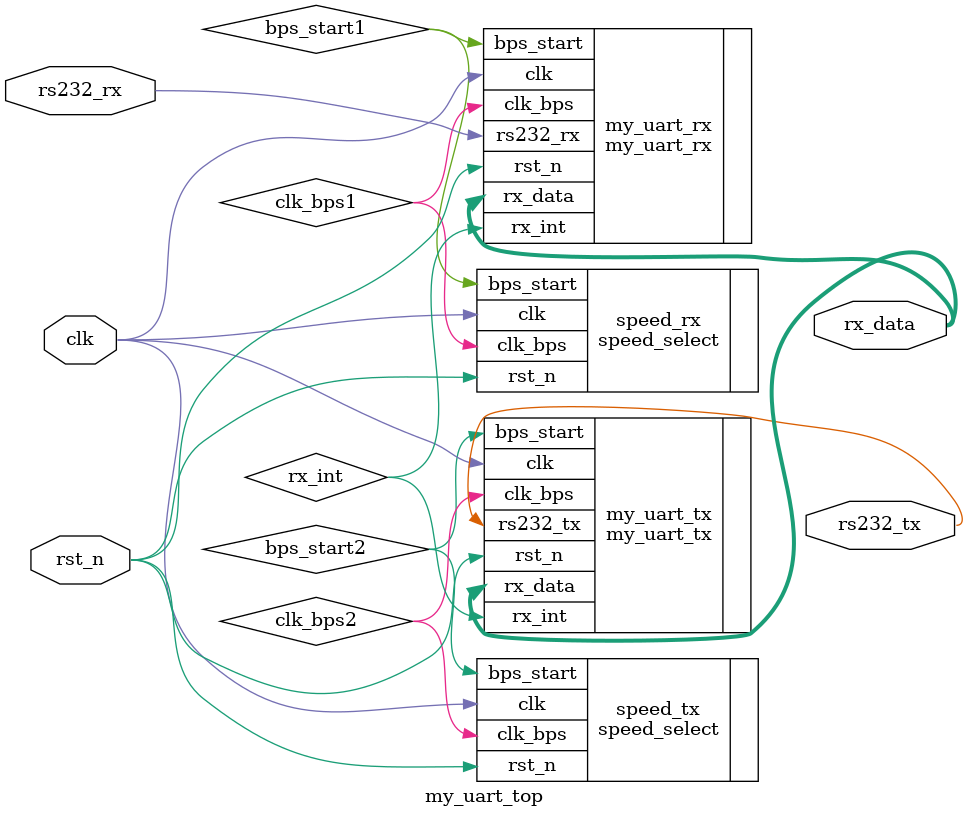
<source format=v>


/*
PC»úÉÏ¿ª´®¿Úµ÷ÊÔÖúÊÖ.
·¢ËÍÒ»¸ö×Ö·û(²¨ÌØÂÊ9600£¬Êý¾ÝÎ»8Î»£¬Í£Ö¹Î»1Î»)
µ½¿ª·¢°å£¨ÖÐ¼äÍ¨¹ý´®¿ÚÏßÏàÁ¬£©
FPGAÊÕµ½×Ö·ûºó£¬»Ø·¢¸øPC»úÉÏ£¬ÔÚ´®¿ÚÖúÊÖÉÏÏÔÊ¾
*/



`timescale 1ns / 1ps

module my_uart_top(
				clk,rst_n,
				rs232_rx,rs232_tx,
			   rx_data
				);

input clk;			// 50MHzÖ÷Ê±ÖÓ
input rst_n;		//µÍµçÆ½¸´Î»ÐÅºÅ

input rs232_rx;		// RS232½ÓÊÕÊý¾ÝÐÅºÅ
output rs232_tx;	//	RS232·¢ËÍÊý¾ÝÐÅºÅ
output [7:0]rx_data;
wire bps_start1,bps_start2;	//½ÓÊÕµ½Êý¾Ýºó£¬²¨ÌØÂÊÊ±ÖÓÆô¶¯ÐÅºÅÖÃÎ»
wire clk_bps1,clk_bps2;		// clk_bps_r¸ßµçÆ½Îª½ÓÊÕÊý¾ÝÎ»µÄÖÐ¼ä²ÉÑùµã,Í¬Ê±Ò²×÷Îª·¢ËÍÊý¾ÝµÄÊý¾Ý¸Ä±äµã 
wire[7:0] rx_data;	//½ÓÊÕÊý¾Ý¼Ä´æÆ÷£¬±£´æÖ±ÖÁÏÂÒ»¸öÊý¾ÝÀ´µ½
wire rx_int;		//½ÓÊÕÊý¾ÝÖÐ¶ÏÐÅºÅ,½ÓÊÕµ½Êý¾ÝÆÚ¼äÊ¼ÖÕÎª¸ßµçÆ½
//----------------------------------------------------
//ÏÂÃæµÄËÄ¸öÄ£¿éÖÐ£¬speed_rxºÍspeed_txÊÇÁ½¸öÍêÈ«¶ÀÁ¢µÄÓ²¼þÄ£¿é£¬¿É³ÆÖ®ÎªÂß¼­¸´ÖÆ
//£¨²»ÊÇ×ÊÔ´¹²Ïí£¬ºÍÈí¼þÖÐµÄÍ¬Ò»¸ö×Ó³ÌÐòµ÷ÓÃ²»ÄÜ»ìÎªÒ»Ì¸£©
////////////////////////////////////////////
speed_select		speed_rx(	
							.clk(clk),	//²¨ÌØÂÊÑ¡ÔñÄ£¿é
							.rst_n(rst_n),
							.bps_start(bps_start1),
							.clk_bps(clk_bps1)
						);

my_uart_rx			my_uart_rx(		
							.clk(clk),	//½ÓÊÕÊý¾ÝÄ£¿é
							.rst_n(rst_n),
							.rs232_rx(rs232_rx),
							.rx_data(rx_data),
							.rx_int(rx_int),
							.clk_bps(clk_bps1),
							.bps_start(bps_start1)
						);

///////////////////////////////////////////						
speed_select		speed_tx(	
							.clk(clk),	//²¨ÌØÂÊÑ¡ÔñÄ£¿é
							.rst_n(rst_n),
							.bps_start(bps_start2),
							.clk_bps(clk_bps2)
						);

my_uart_tx			my_uart_tx(		
							.clk(clk),	//·¢ËÍÊý¾ÝÄ£¿é
							.rst_n(rst_n),
							.rx_data(rx_data),
							.rx_int(rx_int),
							.rs232_tx(rs232_tx),
							.clk_bps(clk_bps2),
							.bps_start(bps_start2)
						);

endmodule

</source>
